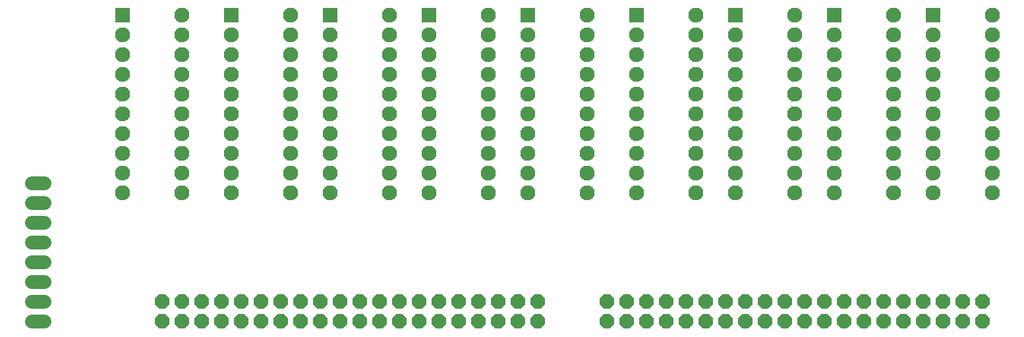
<source format=gbs>
G75*
G70*
%OFA0B0*%
%FSLAX24Y24*%
%IPPOS*%
%LPD*%
%AMOC8*
5,1,8,0,0,1.08239X$1,22.5*
%
%ADD10R,0.0760X0.0760*%
%ADD11C,0.0760*%
%ADD12OC8,0.0720*%
%ADD13C,0.0714*%
D10*
X007681Y017681D03*
X013181Y017681D03*
X018181Y017681D03*
X023181Y017681D03*
X028181Y017681D03*
X033681Y017681D03*
X038681Y017681D03*
X043681Y017681D03*
X048681Y017681D03*
D11*
X046681Y017681D03*
X046681Y016681D03*
X048681Y016681D03*
X048681Y015681D03*
X048681Y014681D03*
X046681Y014681D03*
X046681Y015681D03*
X043681Y015681D03*
X043681Y014681D03*
X041681Y014681D03*
X041681Y015681D03*
X041681Y016681D03*
X043681Y016681D03*
X041681Y017681D03*
X038681Y016681D03*
X036681Y016681D03*
X036681Y015681D03*
X036681Y014681D03*
X038681Y014681D03*
X038681Y015681D03*
X038681Y013681D03*
X036681Y013681D03*
X036681Y012681D03*
X038681Y012681D03*
X038681Y011681D03*
X036681Y011681D03*
X036681Y010681D03*
X038681Y010681D03*
X038681Y009681D03*
X036681Y009681D03*
X036681Y008681D03*
X038681Y008681D03*
X041681Y008681D03*
X043681Y008681D03*
X043681Y009681D03*
X041681Y009681D03*
X041681Y010681D03*
X043681Y010681D03*
X043681Y011681D03*
X041681Y011681D03*
X041681Y012681D03*
X043681Y012681D03*
X043681Y013681D03*
X041681Y013681D03*
X046681Y013681D03*
X048681Y013681D03*
X048681Y012681D03*
X046681Y012681D03*
X046681Y011681D03*
X048681Y011681D03*
X048681Y010681D03*
X046681Y010681D03*
X046681Y009681D03*
X048681Y009681D03*
X048681Y008681D03*
X046681Y008681D03*
X051681Y008681D03*
X051681Y009681D03*
X051681Y010681D03*
X051681Y011681D03*
X051681Y012681D03*
X051681Y013681D03*
X051681Y014681D03*
X051681Y015681D03*
X051681Y016681D03*
X051681Y017681D03*
X036681Y017681D03*
X033681Y016681D03*
X031181Y016681D03*
X031181Y015681D03*
X031181Y014681D03*
X033681Y014681D03*
X033681Y015681D03*
X033681Y013681D03*
X031181Y013681D03*
X031181Y012681D03*
X033681Y012681D03*
X033681Y011681D03*
X031181Y011681D03*
X031181Y010681D03*
X033681Y010681D03*
X033681Y009681D03*
X031181Y009681D03*
X031181Y008681D03*
X033681Y008681D03*
X028181Y008681D03*
X026181Y008681D03*
X026181Y009681D03*
X028181Y009681D03*
X028181Y010681D03*
X026181Y010681D03*
X026181Y011681D03*
X028181Y011681D03*
X028181Y012681D03*
X026181Y012681D03*
X026181Y013681D03*
X028181Y013681D03*
X028181Y014681D03*
X028181Y015681D03*
X026181Y015681D03*
X026181Y014681D03*
X023181Y014681D03*
X023181Y015681D03*
X021181Y015681D03*
X021181Y014681D03*
X021181Y013681D03*
X023181Y013681D03*
X023181Y012681D03*
X021181Y012681D03*
X021181Y011681D03*
X023181Y011681D03*
X023181Y010681D03*
X021181Y010681D03*
X021181Y009681D03*
X023181Y009681D03*
X023181Y008681D03*
X021181Y008681D03*
X018181Y008681D03*
X016181Y008681D03*
X016181Y009681D03*
X018181Y009681D03*
X018181Y010681D03*
X016181Y010681D03*
X016181Y011681D03*
X018181Y011681D03*
X018181Y012681D03*
X016181Y012681D03*
X016181Y013681D03*
X018181Y013681D03*
X018181Y014681D03*
X016181Y014681D03*
X016181Y015681D03*
X018181Y015681D03*
X018181Y016681D03*
X016181Y016681D03*
X016181Y017681D03*
X013181Y016681D03*
X013181Y015681D03*
X013181Y014681D03*
X013181Y013681D03*
X013181Y012681D03*
X013181Y011681D03*
X013181Y010681D03*
X013181Y009681D03*
X013181Y008681D03*
X010681Y008681D03*
X010681Y009681D03*
X010681Y010681D03*
X010681Y011681D03*
X010681Y012681D03*
X010681Y013681D03*
X010681Y014681D03*
X010681Y015681D03*
X010681Y016681D03*
X010681Y017681D03*
X007681Y016681D03*
X007681Y015681D03*
X007681Y014681D03*
X007681Y013681D03*
X007681Y012681D03*
X007681Y011681D03*
X007681Y010681D03*
X007681Y009681D03*
X007681Y008681D03*
X021181Y016681D03*
X023181Y016681D03*
X021181Y017681D03*
X026181Y017681D03*
X026181Y016681D03*
X028181Y016681D03*
X031181Y017681D03*
D12*
X032181Y003181D03*
X033181Y003181D03*
X034181Y003181D03*
X035181Y003181D03*
X036181Y003181D03*
X037181Y003181D03*
X038181Y003181D03*
X039181Y003181D03*
X040181Y003181D03*
X041181Y003181D03*
X042181Y003181D03*
X043181Y003181D03*
X044181Y003181D03*
X045181Y003181D03*
X046181Y003181D03*
X047181Y003181D03*
X048181Y003181D03*
X049181Y003181D03*
X050181Y003181D03*
X051181Y003181D03*
X051181Y002181D03*
X050181Y002181D03*
X049181Y002181D03*
X048181Y002181D03*
X047181Y002181D03*
X046181Y002181D03*
X045181Y002181D03*
X044181Y002181D03*
X043181Y002181D03*
X042181Y002181D03*
X041181Y002181D03*
X040181Y002181D03*
X039181Y002181D03*
X038181Y002181D03*
X037181Y002181D03*
X036181Y002181D03*
X035181Y002181D03*
X034181Y002181D03*
X033181Y002181D03*
X032181Y002181D03*
X028681Y002181D03*
X027681Y002181D03*
X026681Y002181D03*
X025681Y002181D03*
X024681Y002181D03*
X023681Y002181D03*
X022681Y002181D03*
X021681Y002181D03*
X020681Y002181D03*
X019681Y002181D03*
X018681Y002181D03*
X017681Y002181D03*
X016681Y002181D03*
X015681Y002181D03*
X014681Y002181D03*
X013681Y002181D03*
X012681Y002181D03*
X011681Y002181D03*
X010681Y002181D03*
X009681Y002181D03*
X009681Y003181D03*
X010681Y003181D03*
X011681Y003181D03*
X012681Y003181D03*
X013681Y003181D03*
X014681Y003181D03*
X015681Y003181D03*
X016681Y003181D03*
X017681Y003181D03*
X018681Y003181D03*
X019681Y003181D03*
X020681Y003181D03*
X021681Y003181D03*
X022681Y003181D03*
X023681Y003181D03*
X024681Y003181D03*
X025681Y003181D03*
X026681Y003181D03*
X027681Y003181D03*
X028681Y003181D03*
D13*
X003698Y002181D02*
X003065Y002181D01*
X003065Y003181D02*
X003698Y003181D01*
X003698Y004181D02*
X003065Y004181D01*
X003065Y005181D02*
X003698Y005181D01*
X003698Y006181D02*
X003065Y006181D01*
X003065Y007181D02*
X003698Y007181D01*
X003698Y008181D02*
X003065Y008181D01*
X003065Y009181D02*
X003698Y009181D01*
M02*

</source>
